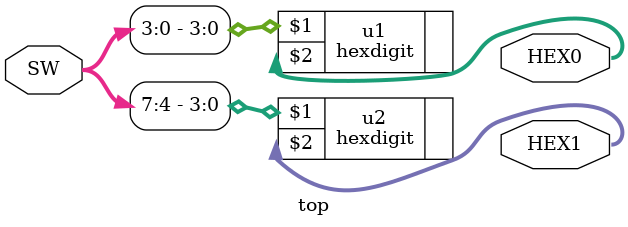
<source format=v>
module top(
    input wire [17:0] SW,
    output wire [6:0] HEX0,
    output wire [6:0] HEX1);

    hexdigit u1 (SW[3:0], HEX0);
    hexdigit u2 (SW[7:4], HEX1);

endmodule

</source>
